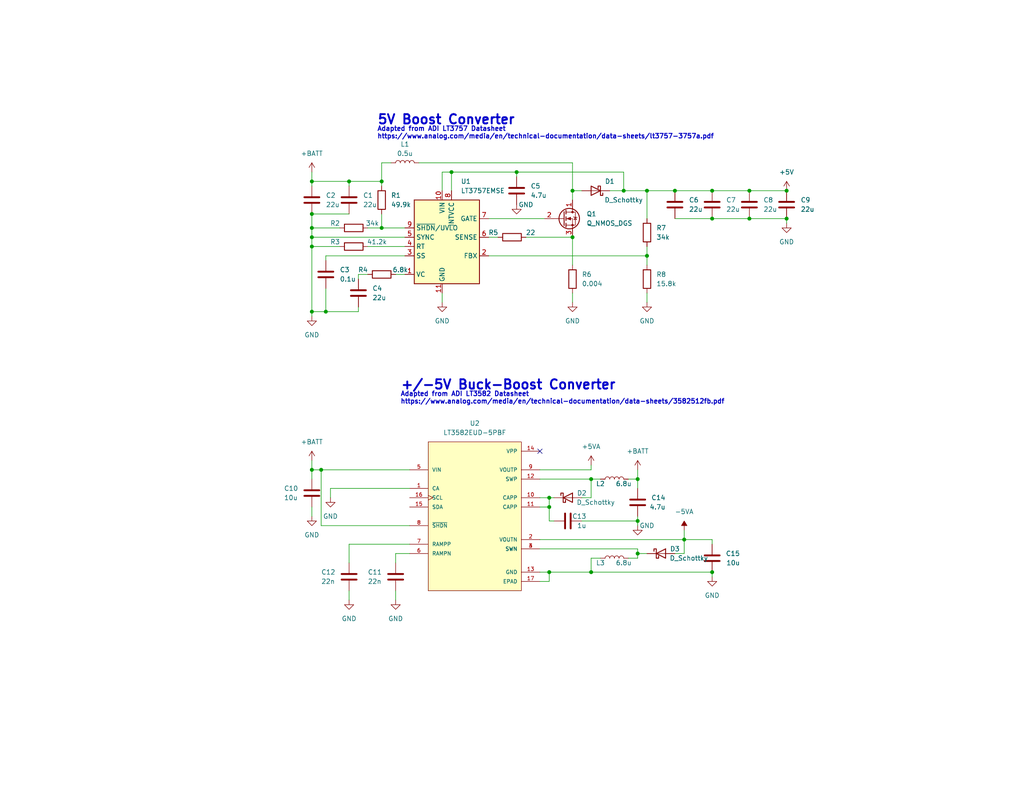
<source format=kicad_sch>
(kicad_sch (version 20230121) (generator eeschema)
  (paper "USLetter")
  (lib_symbols
    (symbol "Device:C" (pin_numbers hide) (pin_names (offset 0.254))
      (property "Reference" "C" (at 0.635 2.54 0))
      (property "Value" "C" (at 0.635 -2.54 0))
      (symbol "C_0_1"
        (polyline (pts (xy -2.032 -0.762) (xy 2.032 -0.762)) (stroke (width 0.508)))
        (polyline (pts (xy -2.032 0.762) (xy 2.032 0.762)) (stroke (width 0.508)))
      )
      (symbol "C_1_1"
        (pin passive line (at 0 3.81 270) (length 2.794) (name "~") (number "1"))
        (pin passive line (at 0 -3.81 90) (length 2.794) (name "~") (number "2"))
      )
    )
    (symbol "Device:D_Schottky" (pin_numbers hide) (pin_names (offset 1.016) hide)
      (property "Reference" "D" (at 0 2.54 0))
      (property "Value" "D_Schottky" (at 0 -2.54 0))
      (symbol "D_Schottky_0_1"
        (polyline (pts (xy 1.27 0) (xy -1.27 0)))
        (polyline (pts (xy 1.27 1.27) (xy 1.27 -1.27) (xy -1.27 0) (xy 1.27 1.27)) (stroke (width 0.254)))
        (polyline (pts (xy -1.905 0.635) (xy -1.905 1.27) (xy -1.27 1.27) (xy -1.27 -1.27) (xy -0.635 -1.27) (xy -0.635 -0.635)) (stroke (width 0.254)))
      )
      (symbol "D_Schottky_1_1"
        (pin passive line (at -3.81 0 0) (length 2.54) (name "K") (number "1"))
        (pin passive line (at 3.81 0 180) (length 2.54) (name "A") (number "2"))
      )
    )
    (symbol "Device:L" (pin_numbers hide) (pin_names (offset 1.016) hide)
      (property "Reference" "L" (at -1.27 0 90))
      (property "Value" "L" (at 1.905 0 90))
      (symbol "L_0_1"
        (arc (start 0 -2.54) (mid 0.6323 -1.905) (end 0 -1.27))
        (arc (start 0 -1.27) (mid 0.6323 -0.635) (end 0 0))
        (arc (start 0 0) (mid 0.6323 0.635) (end 0 1.27))
        (arc (start 0 1.27) (mid 0.6323 1.905) (end 0 2.54))
      )
      (symbol "L_1_1"
        (pin passive line (at 0 3.81 270) (length 1.27) (name "1") (number "1"))
        (pin passive line (at 0 -3.81 90) (length 1.27) (name "2") (number "2"))
      )
    )
    (symbol "Device:Q_NMOS_DGS" (pin_names (offset 0) hide)
      (property "Reference" "Q" (at 5.08 1.27 0))
      (property "Value" "Q_NMOS_DGS" (at 5.08 -1.27 0))
      (symbol "Q_NMOS_DGS_0_1"
        (polyline (pts (xy 0.254 0) (xy -2.54 0)))
        (polyline (pts (xy 0.254 1.905) (xy 0.254 -1.905)) (stroke (width 0.254)))
        (polyline (pts (xy 0.762 -1.27) (xy 0.762 -2.286)) (stroke (width 0.254)))
        (polyline (pts (xy 0.762 0.508) (xy 0.762 -0.508)) (stroke (width 0.254)))
        (polyline (pts (xy 0.762 2.286) (xy 0.762 1.27)) (stroke (width 0.254)))
        (polyline (pts (xy 2.54 2.54) (xy 2.54 1.778)))
        (polyline (pts (xy 2.54 -2.54) (xy 2.54 0) (xy 0.762 0)))
        (polyline (pts (xy 0.762 -1.778) (xy 3.302 -1.778) (xy 3.302 1.778) (xy 0.762 1.778)))
        (polyline (pts (xy 1.016 0) (xy 2.032 0.381) (xy 2.032 -0.381) (xy 1.016 0)) (fill (type outline)))
        (polyline (pts (xy 2.794 0.508) (xy 2.921 0.381) (xy 3.683 0.381) (xy 3.81 0.254)))
        (polyline (pts (xy 3.302 0.381) (xy 2.921 -0.254) (xy 3.683 -0.254) (xy 3.302 0.381)))
        (circle (center 1.651 0) (radius 2.794) (stroke (width 0.254)))
        (circle (center 2.54 -1.778) (radius 0.254) (fill (type outline)))
        (circle (center 2.54 1.778) (radius 0.254) (fill (type outline)))
      )
      (symbol "Q_NMOS_DGS_1_1"
        (pin passive line (at 2.54 5.08 270) (length 2.54) (name "D") (number "1"))
        (pin input line (at -5.08 0 0) (length 2.54) (name "G") (number "2"))
        (pin passive line (at 2.54 -5.08 90) (length 2.54) (name "S") (number "3"))
      )
    )
    (symbol "Device:R" (pin_numbers hide) (pin_names (offset 0))
      (property "Reference" "R" (at 2.032 0 90))
      (property "Value" "R" (at 0 0 90))
      (symbol "R_0_1"
        (rectangle (start -1.016 -2.54) (end 1.016 2.54) (stroke (width 0.254)))
      )
      (symbol "R_1_1"
        (pin passive line (at 0 3.81 270) (length 1.27) (name "~") (number "1"))
        (pin passive line (at 0 -3.81 90) (length 1.27) (name "~") (number "2"))
      )
    )
    (symbol "PiScope2_Library:LT3582EUD-5PBF" (pin_names (offset 1.016))
      (property "Reference" "U2" (at 0 25.4 0))
      (property "Value" "LT3582EUD-5PBF" (at 0 22.86 0))
      (symbol "LT3582EUD-5PBF_0_0"
        (rectangle (start -12.7 20.32) (end 12.7 -20.32) (stroke (width 0.1524)) (fill (type background)))
        (pin input line (at -17.78 7.62 0) (length 5.08) (name "CA") (number "1"))
        (pin passive line (at 17.78 5.08 180) (length 5.08) (name "CAPP") (number "10"))
        (pin passive line (at 17.78 2.54 180) (length 5.08) (name "CAPP") (number "11"))
        (pin output line (at 17.78 10.16 180) (length 5.08) (name "SWP") (number "12"))
        (pin power_in line (at 17.78 -15.24 180) (length 5.08) (name "GND") (number "13"))
        (pin power_in line (at 17.78 17.78 180) (length 5.08) (name "VPP") (number "14"))
        (pin bidirectional line (at -17.78 2.54 0) (length 5.08) (name "SDA") (number "15"))
        (pin input clock (at -17.78 5.08 0) (length 5.08) (name "SCL") (number "16"))
        (pin power_in line (at 17.78 -17.78 180) (length 5.08) (name "EPAD") (number "17"))
        (pin output line (at 17.78 -6.35 180) (length 5.08) (name "VOUTN") (number "2"))
        (pin output line (at 17.78 -8.89 180) (length 5.08) (name "SWN") (number "3"))
        (pin output line (at 17.78 -8.89 180) (length 5.08) (name "SWN") (number "4"))
        (pin input line (at -17.78 12.7 0) (length 5.08) (name "VIN") (number "5"))
        (pin passive line (at -17.78 -10.16 0) (length 5.08) (name "RAMPN") (number "6"))
        (pin passive line (at -17.78 -7.62 0) (length 5.08) (name "RAMPP") (number "7"))
        (pin input line (at -17.78 -2.54 0) (length 5.08) (name "~{SHDN}") (number "8"))
        (pin output line (at 17.78 12.7 180) (length 5.08) (name "VOUTP") (number "9"))
      )
    )
    (symbol "Regulator_Switching:LT3757EMSE"
      (property "Reference" "U1" (at 5.08 15.24 0))
      (property "Value" "LT3757EMSE" (at 5.08 12.7 0))
      (symbol "LT3757EMSE_0_1"
        (rectangle (start -7.62 10.16) (end 10.16 -12.7) (stroke (width 0.254)) (fill (type background)))
      )
      (symbol "LT3757EMSE_1_1"
        (pin input line (at -10.16 -10.16 0) (length 2.54) (name "VC") (number "1"))
        (pin power_in line (at 0 12.7 270) (length 2.54) (name "VIN") (number "10"))
        (pin power_in line (at 0 -15.24 90) (length 2.54) (name "GND") (number "11"))
        (pin input line (at 12.7 -5.08 180) (length 2.54) (name "FBX") (number "2"))
        (pin input line (at -10.16 -5.08 0) (length 2.54) (name "SS") (number "3"))
        (pin input line (at -10.16 -2.54 0) (length 2.54) (name "RT") (number "4"))
        (pin input line (at -10.16 0 0) (length 2.54) (name "SYNC") (number "5"))
        (pin input line (at 12.7 0 180) (length 2.54) (name "SENSE") (number "6"))
        (pin output line (at 12.7 5.08 180) (length 2.54) (name "GATE") (number "7"))
        (pin passive line (at 2.54 12.7 270) (length 2.54) (name "INTVCC") (number "8"))
        (pin input line (at -10.16 2.54 0) (length 2.54) (name "~{SHDN}/UVLO") (number "9"))
      )
    )
    (symbol "power:+5V" (power) (pin_names (offset 0))
      (property "Value" "+5V" (at 0 3.556 0))
      (symbol "+5V_0_1"
        (polyline (pts (xy -0.762 1.27) (xy 0 2.54)))
        (polyline (pts (xy 0 0) (xy 0 2.54)))
        (polyline (pts (xy 0 2.54) (xy 0.762 1.27)))
      )
      (symbol "+5V_1_1"
        (pin power_in line (at 0 0 90) (length 0) hide (name "+5V") (number "1"))
      )
    )
    (symbol "power:+5VA" (power) (pin_names (offset 0))
      (property "Value" "+5VA" (at 0 3.556 0))
      (symbol "+5VA_0_1"
        (polyline (pts (xy -0.762 1.27) (xy 0 2.54)))
        (polyline (pts (xy 0 0) (xy 0 2.54)))
        (polyline (pts (xy 0 2.54) (xy 0.762 1.27)))
      )
      (symbol "+5VA_1_1"
        (pin power_in line (at 0 0 90) (length 0) hide (name "+5VA") (number "1"))
      )
    )
    (symbol "power:+BATT" (power) (pin_names (offset 0))
      (property "Value" "+BATT" (at 0 3.556 0))
      (symbol "+BATT_0_1"
        (polyline (pts (xy -0.762 1.27) (xy 0 2.54)))
        (polyline (pts (xy 0 0) (xy 0 2.54)))
        (polyline (pts (xy 0 2.54) (xy 0.762 1.27)))
      )
      (symbol "+BATT_1_1"
        (pin power_in line (at 0 0 90) (length 0) hide (name "+BATT") (number "1"))
      )
    )
    (symbol "power:-5VA" (power) (pin_names (offset 0))
      (property "Value" "-5VA" (at 0 3.81 0))
      (symbol "-5VA_0_0"
        (pin power_in line (at 0 0 90) (length 0) hide (name "-5VA") (number "1"))
      )
      (symbol "-5VA_0_1"
        (polyline (pts (xy 0 0) (xy 0 1.27) (xy 0.762 1.27) (xy 0 2.54) (xy -0.762 1.27) (xy 0 1.27)) (fill (type outline)))
      )
    )
    (symbol "power:GND" (power) (pin_names (offset 0))
      (property "Value" "GND" (at 0 -3.81 0))
      (symbol "GND_0_1"
        (polyline (pts (xy 0 0) (xy 0 -1.27) (xy 1.27 -1.27) (xy 0 -2.54) (xy -1.27 -1.27) (xy 0 -1.27)))
      )
      (symbol "GND_1_1"
        (pin power_in line (at 0 0 270) (length 0) hide (name "GND") (number "1"))
      )
    )
  )
  (junction (at 85.09 49.53))
  (junction (at 194.31 52.07))
  (junction (at 170.18 52.07))
  (junction (at 194.31 156.21))
  (junction (at 85.09 64.77))
  (junction (at 161.29 130.81))
  (junction (at 204.47 52.07))
  (junction (at 194.31 59.69))
  (junction (at 204.47 59.69))
  (junction (at 214.63 59.69))
  (junction (at 156.21 52.07))
  (junction (at 156.21 64.77))
  (junction (at 85.09 67.31))
  (junction (at 149.86 156.21))
  (junction (at 176.53 52.07))
  (junction (at 173.99 151.13))
  (junction (at 104.14 49.53))
  (junction (at 85.09 58.42))
  (junction (at 176.53 69.85))
  (junction (at 173.99 130.81))
  (junction (at 149.86 138.43))
  (junction (at 104.14 62.23))
  (junction (at 214.63 52.07))
  (junction (at 140.97 46.99))
  (junction (at 85.09 85.09))
  (junction (at 85.09 128.27))
  (junction (at 87.63 128.27))
  (junction (at 184.15 52.07))
  (junction (at 173.99 142.24))
  (junction (at 161.29 156.21))
  (junction (at 149.86 135.89))
  (junction (at 123.19 46.99))
  (junction (at 186.69 147.32))
  (junction (at 88.9 85.09))
  (junction (at 95.25 49.53))
  (junction (at 85.09 62.23))
  (no_connect (at 147.32 123.19))
  (wire (pts (xy 140.97 46.99) (xy 140.97 48.26)))
  (wire (pts (xy 173.99 140.97) (xy 173.99 142.24)))
  (wire (pts (xy 90.17 135.89) (xy 90.17 133.35)))
  (wire (pts (xy 133.35 69.85) (xy 176.53 69.85)))
  (wire (pts (xy 170.18 52.07) (xy 170.18 46.99)))
  (wire (pts (xy 107.95 151.13) (xy 111.76 151.13)))
  (wire (pts (xy 85.09 64.77) (xy 85.09 67.31)))
  (wire (pts (xy 186.69 151.13) (xy 186.69 147.32)))
  (wire (pts (xy 123.19 46.99) (xy 140.97 46.99)))
  (wire (pts (xy 85.09 67.31) (xy 92.71 67.31)))
  (wire (pts (xy 100.33 74.93) (xy 97.79 74.93)))
  (wire (pts (xy 107.95 153.67) (xy 107.95 151.13)))
  (wire (pts (xy 104.14 49.53) (xy 104.14 50.8)))
  (wire (pts (xy 95.25 161.29) (xy 95.25 163.83)))
  (wire (pts (xy 143.51 64.77) (xy 156.21 64.77)))
  (wire (pts (xy 87.63 143.51) (xy 87.63 128.27)))
  (wire (pts (xy 156.21 44.45) (xy 156.21 52.07)))
  (wire (pts (xy 123.19 52.07) (xy 123.19 46.99)))
  (wire (pts (xy 85.09 125.73) (xy 85.09 128.27)))
  (wire (pts (xy 85.09 85.09) (xy 85.09 86.36)))
  (wire (pts (xy 173.99 149.86) (xy 173.99 151.13)))
  (wire (pts (xy 214.63 59.69) (xy 214.63 60.96)))
  (wire (pts (xy 171.45 152.4) (xy 173.99 152.4)))
  (wire (pts (xy 163.83 152.4) (xy 161.29 152.4)))
  (wire (pts (xy 184.15 59.69) (xy 194.31 59.69)))
  (wire (pts (xy 176.53 59.69) (xy 176.53 52.07)))
  (wire (pts (xy 184.15 151.13) (xy 186.69 151.13)))
  (wire (pts (xy 97.79 83.82) (xy 97.79 85.09)))
  (wire (pts (xy 151.13 142.24) (xy 149.86 142.24)))
  (wire (pts (xy 120.65 52.07) (xy 120.65 46.99)))
  (wire (pts (xy 176.53 52.07) (xy 184.15 52.07)))
  (wire (pts (xy 149.86 158.75) (xy 149.86 156.21)))
  (wire (pts (xy 147.32 158.75) (xy 149.86 158.75)))
  (wire (pts (xy 95.25 49.53) (xy 95.25 50.8)))
  (wire (pts (xy 147.32 130.81) (xy 161.29 130.81)))
  (wire (pts (xy 176.53 52.07) (xy 170.18 52.07)))
  (wire (pts (xy 194.31 156.21) (xy 194.31 157.48)))
  (wire (pts (xy 100.33 67.31) (xy 110.49 67.31)))
  (wire (pts (xy 85.09 85.09) (xy 88.9 85.09)))
  (wire (pts (xy 120.65 80.01) (xy 120.65 82.55)))
  (wire (pts (xy 194.31 59.69) (xy 204.47 59.69)))
  (wire (pts (xy 173.99 133.35) (xy 173.99 130.81)))
  (wire (pts (xy 111.76 143.51) (xy 87.63 143.51)))
  (wire (pts (xy 161.29 156.21) (xy 194.31 156.21)))
  (wire (pts (xy 173.99 152.4) (xy 173.99 151.13)))
  (wire (pts (xy 95.25 148.59) (xy 111.76 148.59)))
  (wire (pts (xy 100.33 62.23) (xy 104.14 62.23)))
  (wire (pts (xy 88.9 69.85) (xy 110.49 69.85)))
  (wire (pts (xy 149.86 135.89) (xy 149.86 138.43)))
  (wire (pts (xy 106.68 44.45) (xy 104.14 44.45)))
  (wire (pts (xy 149.86 135.89) (xy 151.13 135.89)))
  (wire (pts (xy 166.37 52.07) (xy 170.18 52.07)))
  (wire (pts (xy 95.25 49.53) (xy 104.14 49.53)))
  (wire (pts (xy 85.09 58.42) (xy 85.09 62.23)))
  (wire (pts (xy 194.31 52.07) (xy 204.47 52.07)))
  (wire (pts (xy 173.99 151.13) (xy 176.53 151.13)))
  (wire (pts (xy 104.14 44.45) (xy 104.14 49.53)))
  (wire (pts (xy 88.9 69.85) (xy 88.9 71.12)))
  (wire (pts (xy 184.15 52.07) (xy 194.31 52.07)))
  (wire (pts (xy 161.29 152.4) (xy 161.29 156.21)))
  (wire (pts (xy 85.09 138.43) (xy 85.09 140.97)))
  (wire (pts (xy 147.32 138.43) (xy 149.86 138.43)))
  (wire (pts (xy 176.53 69.85) (xy 176.53 72.39)))
  (wire (pts (xy 90.17 133.35) (xy 111.76 133.35)))
  (wire (pts (xy 204.47 59.69) (xy 214.63 59.69)))
  (wire (pts (xy 85.09 62.23) (xy 85.09 64.77)))
  (wire (pts (xy 133.35 59.69) (xy 148.59 59.69)))
  (wire (pts (xy 147.32 147.32) (xy 186.69 147.32)))
  (wire (pts (xy 88.9 85.09) (xy 97.79 85.09)))
  (wire (pts (xy 88.9 78.74) (xy 88.9 85.09)))
  (wire (pts (xy 156.21 80.01) (xy 156.21 82.55)))
  (wire (pts (xy 140.97 46.99) (xy 170.18 46.99)))
  (wire (pts (xy 120.65 46.99) (xy 123.19 46.99)))
  (wire (pts (xy 173.99 130.81) (xy 171.45 130.81)))
  (wire (pts (xy 107.95 161.29) (xy 107.95 163.83)))
  (wire (pts (xy 104.14 62.23) (xy 110.49 62.23)))
  (wire (pts (xy 85.09 67.31) (xy 85.09 85.09)))
  (wire (pts (xy 114.3 44.45) (xy 156.21 44.45)))
  (wire (pts (xy 87.63 128.27) (xy 111.76 128.27)))
  (wire (pts (xy 147.32 128.27) (xy 161.29 128.27)))
  (wire (pts (xy 85.09 128.27) (xy 87.63 128.27)))
  (wire (pts (xy 204.47 52.07) (xy 214.63 52.07)))
  (wire (pts (xy 104.14 58.42) (xy 104.14 62.23)))
  (wire (pts (xy 85.09 64.77) (xy 110.49 64.77)))
  (wire (pts (xy 156.21 52.07) (xy 158.75 52.07)))
  (wire (pts (xy 147.32 135.89) (xy 149.86 135.89)))
  (wire (pts (xy 161.29 156.21) (xy 149.86 156.21)))
  (wire (pts (xy 85.09 128.27) (xy 85.09 130.81)))
  (wire (pts (xy 133.35 64.77) (xy 135.89 64.77)))
  (wire (pts (xy 163.83 130.81) (xy 161.29 130.81)))
  (wire (pts (xy 173.99 142.24) (xy 173.99 143.51)))
  (wire (pts (xy 85.09 49.53) (xy 85.09 50.8)))
  (wire (pts (xy 85.09 49.53) (xy 95.25 49.53)))
  (wire (pts (xy 97.79 74.93) (xy 97.79 76.2)))
  (wire (pts (xy 85.09 58.42) (xy 95.25 58.42)))
  (wire (pts (xy 147.32 149.86) (xy 173.99 149.86)))
  (wire (pts (xy 194.31 147.32) (xy 186.69 147.32)))
  (wire (pts (xy 176.53 80.01) (xy 176.53 82.55)))
  (wire (pts (xy 85.09 62.23) (xy 92.71 62.23)))
  (wire (pts (xy 161.29 130.81) (xy 161.29 135.89)))
  (wire (pts (xy 95.25 153.67) (xy 95.25 148.59)))
  (wire (pts (xy 176.53 67.31) (xy 176.53 69.85)))
  (wire (pts (xy 158.75 142.24) (xy 173.99 142.24)))
  (wire (pts (xy 149.86 138.43) (xy 149.86 142.24)))
  (wire (pts (xy 149.86 156.21) (xy 147.32 156.21)))
  (wire (pts (xy 156.21 52.07) (xy 156.21 54.61)))
  (wire (pts (xy 173.99 128.27) (xy 173.99 130.81)))
  (wire (pts (xy 194.31 148.59) (xy 194.31 147.32)))
  (wire (pts (xy 85.09 46.99) (xy 85.09 49.53)))
  (wire (pts (xy 107.95 74.93) (xy 110.49 74.93)))
  (wire (pts (xy 161.29 128.27) (xy 161.29 127)))
  (wire (pts (xy 158.75 135.89) (xy 161.29 135.89)))
  (wire (pts (xy 156.21 64.77) (xy 156.21 72.39)))
  (wire (pts (xy 186.69 147.32) (xy 186.69 144.78)))
  (text "+/-5V Buck-Boost Converter" (at 109.22 106.68 0) (effects (font (size 2.54 2.54) (thickness 0.508) bold) (justify left bottom)))
  (text "5V Boost Converter" (at 102.87 34.29 0) (effects (font (size 2.54 2.54) (thickness 0.508) bold) (justify left bottom)))
  (text "Adapted from ADI LT3582 Datasheet\nhttps://www.analog.com/media/en/technical-documentation/data-sheets/3582512fb.pdf" (at 109.22 110.49 0) (effects (font (size 1.27 1.27) bold) (justify left bottom)))
  (text "Adapted from ADI LT3757 Datasheet\nhttps://www.analog.com/media/en/technical-documentation/data-sheets/lt3757-3757a.pdf" (at 102.87 38.1 0) (effects (font (size 1.27 1.27) bold) (justify left bottom)))
  (symbol (lib_id "Device:D_Schottky") (at 162.56 52.07 180) (unit 1)
    (property "Reference" "D1" (at 166.37 49.53 0))
    (property "Value" "D_Schottky" (at 170.18 54.61 0))
  )
  (symbol (lib_id "Device:Q_NMOS_DGS") (at 153.67 59.69 0) (unit 1)
    (property "Reference" "Q1" (at 160.02 58.42 0) (effects (justify left)))
    (property "Value" "Q_NMOS_DGS" (at 160.02 60.96 0) (effects (justify left)))
  )
  (symbol (lib_id "Device:D_Schottky") (at 180.34 151.13 0) (unit 1)
    (property "Reference" "D3" (at 184.15 149.86 0))
    (property "Value" "D_Schottky" (at 187.96 152.4 0))
  )
  (symbol (lib_id "Device:R") (at 156.21 76.2 0) (unit 1)
    (property "Reference" "R6" (at 158.75 74.93 0) (effects (justify left)))
    (property "Value" "0.004" (at 158.75 77.47 0) (effects (justify left)))
  )
  (symbol (lib_id "Device:C") (at 154.94 142.24 90) (unit 1)
    (property "Reference" "C13" (at 160.02 140.97 90) (effects (justify left)))
    (property "Value" "1u" (at 160.02 143.51 90) (effects (justify left)))
  )
  (symbol (lib_id "power:-5VA") (at 186.69 144.78 0) (unit 1)
    (property "Reference" "#PWR020" (effects hide))
    (property "Value" "-5VA" (at 186.69 139.7 0))
  )
  (symbol (lib_id "Device:C") (at 204.47 55.88 0) (unit 1)
    (property "Reference" "C8" (at 208.28 54.61 0) (effects (justify left)))
    (property "Value" "22u" (at 208.28 57.15 0) (effects (justify left)))
  )
  (symbol (lib_id "Device:C") (at 173.99 137.16 0) (mirror y) (unit 1)
    (property "Reference" "C14" (at 181.61 135.89 0) (effects (justify left)))
    (property "Value" "4.7u" (at 181.61 138.43 0) (effects (justify left)))
  )
  (symbol (lib_id "Device:C") (at 97.79 80.01 180) (unit 1)
    (property "Reference" "C4" (at 101.6 78.74 0) (effects (justify right)))
    (property "Value" "22u" (at 101.6 81.28 0) (effects (justify right)))
  )
  (symbol (lib_id "Device:C") (at 85.09 134.62 0) (unit 1)
    (property "Reference" "C10" (at 77.47 133.35 0) (effects (justify left)))
    (property "Value" "10u" (at 77.47 135.89 0) (effects (justify left)))
  )
  (symbol (lib_id "power:+5V") (at 214.63 52.07 0) (unit 1)
    (property "Reference" "#PWR011" (effects hide))
    (property "Value" "+5V" (at 214.63 46.99 0))
  )
  (symbol (lib_id "Regulator_Switching:LT3757EMSE") (at 120.65 64.77 0) (unit 1)
    (property "Reference" "U1" (at 125.73 49.53 0) (effects (justify left)))
    (property "Value" "LT3757EMSE" (at 125.73 52.07 0) (effects (justify left)))
    (property "Footprint" "Package_SO:MSOP-10-1EP_3x3mm_P0.5mm_EP1.68x1.88mm" (effects hide))
    (property "Datasheet" "https://www.analog.com/media/en/technical-documentation/data-sheets/3757Afe.pdf" (effects hide))
  )
  (symbol (lib_id "power:GND") (at 156.21 82.55 0) (unit 1)
    (property "Reference" "#PWR08" (effects hide))
    (property "Value" "GND" (at 156.21 87.63 0))
  )
  (symbol (lib_id "Device:R") (at 96.52 67.31 90) (unit 1)
    (property "Reference" "R3" (at 91.44 66.04 90))
    (property "Value" "41.2k" (at 102.87 66.04 90))
  )
  (symbol (lib_id "Device:R") (at 104.14 74.93 90) (unit 1)
    (property "Reference" "R4" (at 99.06 73.66 90))
    (property "Value" "6.8k" (at 109.22 73.66 90))
  )
  (symbol (lib_id "Device:R") (at 139.7 64.77 90) (unit 1)
    (property "Reference" "R5" (at 134.62 63.5 90))
    (property "Value" "22" (at 144.78 63.5 90))
  )
  (symbol (lib_id "Device:C") (at 184.15 55.88 0) (unit 1)
    (property "Reference" "C6" (at 187.96 54.61 0) (effects (justify left)))
    (property "Value" "22u" (at 187.96 57.15 0) (effects (justify left)))
  )
  (symbol (lib_id "power:+BATT") (at 173.99 128.27 0) (unit 1)
    (property "Reference" "#PWR018" (effects hide))
    (property "Value" "+BATT" (at 173.99 123.19 0))
  )
  (symbol (lib_id "Device:C") (at 88.9 74.93 0) (unit 1)
    (property "Reference" "C3" (at 92.71 73.66 0) (effects (justify left)))
    (property "Value" "0.1u" (at 92.71 76.2 0) (effects (justify left)))
  )
  (symbol (lib_id "Device:L") (at 167.64 130.81 90) (unit 1)
    (property "Reference" "L2" (at 163.83 132.08 90))
    (property "Value" "6.8u" (at 170.18 132.08 90))
  )
  (symbol (lib_id "power:GND") (at 120.65 82.55 0) (unit 1)
    (property "Reference" "#PWR05" (effects hide))
    (property "Value" "GND" (at 120.65 87.63 0))
  )
  (symbol (lib_id "Device:C") (at 214.63 55.88 0) (unit 1)
    (property "Reference" "C9" (at 218.44 54.61 0) (effects (justify left)))
    (property "Value" "22u" (at 218.44 57.15 0) (effects (justify left)))
  )
  (symbol (lib_id "Device:R") (at 96.52 62.23 90) (unit 1)
    (property "Reference" "R2" (at 91.44 60.96 90))
    (property "Value" "34k" (at 101.6 60.96 90))
  )
  (symbol (lib_id "Device:D_Schottky") (at 154.94 135.89 0) (unit 1)
    (property "Reference" "D2" (at 158.75 134.62 0))
    (property "Value" "D_Schottky" (at 162.56 137.16 0))
  )
  (symbol (lib_id "Device:C") (at 95.25 54.61 0) (unit 1)
    (property "Reference" "C1" (at 99.06 53.34 0) (effects (justify left)))
    (property "Value" "22u" (at 99.06 55.88 0) (effects (justify left)))
  )
  (symbol (lib_id "power:GND") (at 85.09 140.97 0) (unit 1)
    (property "Reference" "#PWR013" (effects hide))
    (property "Value" "GND" (at 85.09 146.05 0))
  )
  (symbol (lib_id "power:+BATT") (at 85.09 46.99 0) (unit 1)
    (property "Reference" "#PWR04" (effects hide))
    (property "Value" "+BATT" (at 85.09 41.91 0))
  )
  (symbol (lib_id "power:+BATT") (at 85.09 125.73 0) (unit 1)
    (property "Reference" "#PWR012" (effects hide))
    (property "Value" "+BATT" (at 85.09 120.65 0))
  )
  (symbol (lib_id "Device:R") (at 176.53 63.5 0) (unit 1)
    (property "Reference" "R7" (at 179.07 62.23 0) (effects (justify left)))
    (property "Value" "34k" (at 179.07 64.77 0) (effects (justify left)))
  )
  (symbol (lib_id "power:GND") (at 194.31 157.48 0) (unit 1)
    (property "Reference" "#PWR021" (effects hide))
    (property "Value" "GND" (at 194.31 162.56 0))
  )
  (symbol (lib_id "Device:C") (at 194.31 55.88 0) (unit 1)
    (property "Reference" "C7" (at 198.12 54.61 0) (effects (justify left)))
    (property "Value" "22u" (at 198.12 57.15 0) (effects (justify left)))
  )
  (symbol (lib_id "Device:C") (at 107.95 157.48 0) (unit 1)
    (property "Reference" "C11" (at 100.33 156.21 0) (effects (justify left)))
    (property "Value" "22n" (at 100.33 158.75 0) (effects (justify left)))
  )
  (symbol (lib_id "power:GND") (at 140.97 55.88 0) (unit 1)
    (property "Reference" "#PWR07" (effects hide))
    (property "Value" "GND" (at 143.51 55.88 0))
  )
  (symbol (lib_id "Device:R") (at 104.14 54.61 0) (unit 1)
    (property "Reference" "R1" (at 106.68 53.34 0) (effects (justify left)))
    (property "Value" "49.9k" (at 106.68 55.88 0) (effects (justify left)))
  )
  (symbol (lib_id "Device:C") (at 194.31 152.4 0) (mirror y) (unit 1)
    (property "Reference" "C15" (at 201.93 151.13 0) (effects (justify left)))
    (property "Value" "10u" (at 201.93 153.67 0) (effects (justify left)))
  )
  (symbol (lib_id "power:GND") (at 85.09 86.36 0) (unit 1)
    (property "Reference" "#PWR06" (effects hide))
    (property "Value" "GND" (at 85.09 91.44 0))
  )
  (symbol (lib_id "Device:C") (at 95.25 157.48 0) (unit 1)
    (property "Reference" "C12" (at 87.63 156.21 0) (effects (justify left)))
    (property "Value" "22n" (at 87.63 158.75 0) (effects (justify left)))
  )
  (symbol (lib_id "Device:L") (at 167.64 152.4 90) (unit 1)
    (property "Reference" "L3" (at 163.83 153.67 90))
    (property "Value" "6.8u" (at 170.18 153.67 90))
  )
  (symbol (lib_id "Device:C") (at 140.97 52.07 0) (unit 1)
    (property "Reference" "C5" (at 144.78 50.8 0) (effects (justify left)))
    (property "Value" "4.7u" (at 144.78 53.34 0) (effects (justify left)))
  )
  (symbol (lib_id "Device:C") (at 85.09 54.61 0) (unit 1)
    (property "Reference" "C2" (at 88.9 53.34 0) (effects (justify left)))
    (property "Value" "22u" (at 88.9 55.88 0) (effects (justify left)))
  )
  (symbol (lib_id "Device:L") (at 110.49 44.45 90) (unit 1)
    (property "Reference" "L1" (at 110.49 39.37 90))
    (property "Value" "0.5u" (at 110.49 41.91 90))
  )
  (symbol (lib_id "power:GND") (at 214.63 60.96 0) (unit 1)
    (property "Reference" "#PWR010" (effects hide))
    (property "Value" "GND" (at 214.63 66.04 0))
  )
  (symbol (lib_id "power:GND") (at 90.17 135.89 0) (unit 1)
    (property "Reference" "#PWR014" (effects hide))
    (property "Value" "GND" (at 90.17 140.97 0))
  )
  (symbol (lib_id "power:GND") (at 95.25 163.83 0) (unit 1)
    (property "Reference" "#PWR015" (effects hide))
    (property "Value" "GND" (at 95.25 168.91 0))
  )
  (symbol (lib_id "power:GND") (at 176.53 82.55 0) (unit 1)
    (property "Reference" "#PWR09" (effects hide))
    (property "Value" "GND" (at 176.53 87.63 0))
  )
  (symbol (lib_id "power:+5VA") (at 161.29 127 0) (unit 1)
    (property "Reference" "#PWR019" (effects hide))
    (property "Value" "+5VA" (at 161.29 121.92 0))
  )
  (symbol (lib_id "power:GND") (at 107.95 163.83 0) (unit 1)
    (property "Reference" "#PWR016" (effects hide))
    (property "Value" "GND" (at 107.95 168.91 0))
  )
  (symbol (lib_id "power:GND") (at 173.99 143.51 0) (unit 1)
    (property "Reference" "#PWR017" (effects hide))
    (property "Value" "GND" (at 176.53 143.51 0))
  )
  (symbol (lib_id "Device:R") (at 176.53 76.2 0) (unit 1)
    (property "Reference" "R8" (at 179.07 74.93 0) (effects (justify left)))
    (property "Value" "15.8k" (at 179.07 77.47 0) (effects (justify left)))
  )
  (symbol (lib_id "PiScope2_Library:LT3582EUD-5PBF") (at 129.54 140.97 0) (unit 1)
    (property "Reference" "U2" (at 129.54 115.57 0))
    (property "Value" "LT3582EUD-5PBF" (at 129.54 118.11 0))
    (property "Footprint" "Package_DFN_QFN:QFN-16-1EP_3x3mm_P0.5mm_EP1.9x1.9mm_ThermalVias" (effects hide))
    (property "MF" "Analog Devices" (effects hide))
    (property "DESCRIPTION" "LT3582 - Boost and Single Inductor Inverting DC/DC Converters with Optional I2C Programing and OTP" (effects hide))
    (property "PACKAGE" "QFN-16 Linear Technology" (effects hide))
    (property "PRICE" "3.37 USD" (effects hide))
    (property "Package" "QFN -16 Analog Devices" (effects hide))
    (property "Check_prices" "https://www.snapeda.com/parts/LT3582EUD-5%23PBF/Analog+Devices/view-part/?ref=eda" (effects hide))
    (property "STANDARD" "IPC-7351B" (effects hide))
    (property "SnapEDA_Link" "https://www.snapeda.com/parts/LT3582EUD-5%23PBF/Analog+Devices/view-part/?ref=snap" (effects hide))
    (property "MP" "LT3582EUD-5#PBF" (effects hide))
    (property "Purchase-URL" "https://www.snapeda.com/api/url_track_click_mouser/?unipart_id=4342970&manufacturer=Analog Devices&part_name=LT3582EUD-5#PBF&search_term=lt3582eud-5" (effects hide))
    (property "Price" "None" (effects hide))
    (property "Availability" "In Stock" (effects hide))
    (property "AVAILABILITY" "Good" (effects hide))
    (property "Description" "\nBoost and Single Inductor Inverting DC/DC Converters with Optional I2C Programing and OTP\n" (effects hide))
  )
)
</source>
